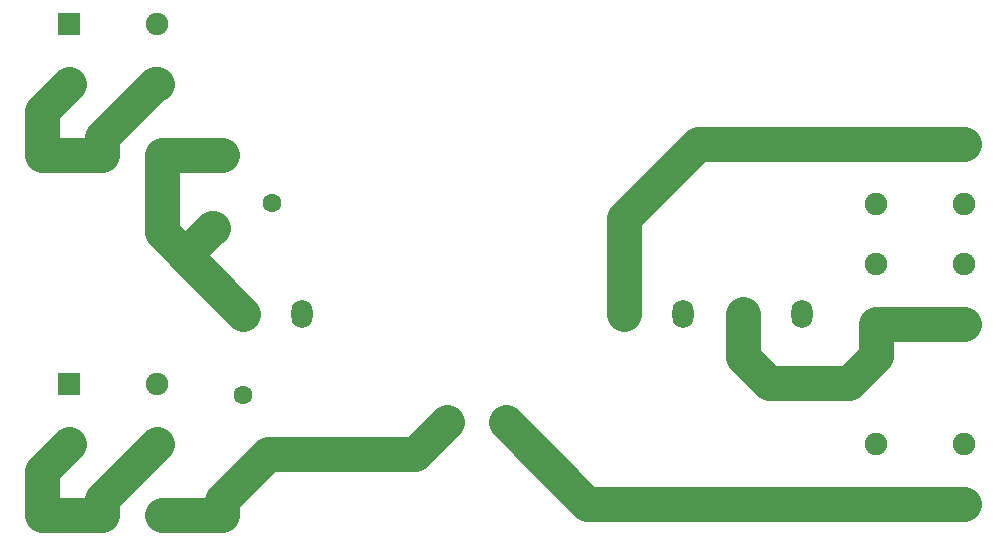
<source format=gbr>
%TF.GenerationSoftware,KiCad,Pcbnew,(5.1.10)-1*%
%TF.CreationDate,2022-01-18T17:34:44+07:00*%
%TF.ProjectId,Mother_module_v3,4d6f7468-6572-45f6-9d6f-64756c655f76,rev?*%
%TF.SameCoordinates,Original*%
%TF.FileFunction,Copper,L2,Bot*%
%TF.FilePolarity,Positive*%
%FSLAX46Y46*%
G04 Gerber Fmt 4.6, Leading zero omitted, Abs format (unit mm)*
G04 Created by KiCad (PCBNEW (5.1.10)-1) date 2022-01-18 17:34:44*
%MOMM*%
%LPD*%
G01*
G04 APERTURE LIST*
%TA.AperFunction,ComponentPad*%
%ADD10R,1.700000X1.700000*%
%TD*%
%TA.AperFunction,ComponentPad*%
%ADD11C,1.600000*%
%TD*%
%TA.AperFunction,ComponentPad*%
%ADD12O,1.800000X2.400000*%
%TD*%
%TA.AperFunction,ComponentPad*%
%ADD13R,1.800000X2.400000*%
%TD*%
%TA.AperFunction,ComponentPad*%
%ADD14C,1.900000*%
%TD*%
%TA.AperFunction,ComponentPad*%
%ADD15R,1.900000X1.900000*%
%TD*%
%TA.AperFunction,Conductor*%
%ADD16C,3.000000*%
%TD*%
G04 APERTURE END LIST*
D10*
%TO.P,U3,1*%
%TO.N,Net-(U3-Pad1)*%
X98650000Y-112827000D03*
D11*
%TO.P,U3,2*%
%TO.N,Net-(F2-Pad1)*%
X93650000Y-112827000D03*
%TD*%
D12*
%TO.P,U2,5*%
%TO.N,Net-(U2-Pad5)*%
X118699500Y-103620000D03*
%TO.P,U2,4*%
%TO.N,Net-(U2-Pad4)*%
X113699500Y-103620000D03*
%TO.P,U2,3*%
%TO.N,Net-(U2-Pad3)*%
X108699500Y-103620000D03*
%TO.P,U2,2*%
%TO.N,Net-(RV1-Pad2)*%
X81441500Y-103620000D03*
D13*
%TO.P,U2,1*%
%TO.N,Net-(F1-Pad1)*%
X76441500Y-103620000D03*
D12*
%TO.P,U2,6*%
%TO.N,Net-(U2-Pad6)*%
X123699500Y-103620000D03*
%TD*%
D14*
%TO.P,XP4,2*%
%TO.N,Net-(RV2-Pad2)*%
X137492000Y-114640000D03*
X129972000Y-114640000D03*
D15*
%TO.P,XP4,1*%
%TO.N,Net-(U3-Pad1)*%
X137492000Y-119720000D03*
D14*
X129972000Y-119720000D03*
%TD*%
%TO.P,XP2,2*%
%TO.N,Net-(F2-Pad2)*%
X61646000Y-114640000D03*
X69166000Y-114640000D03*
D15*
%TO.P,XP2,1*%
%TO.N,Net-(RV2-Pad2)*%
X61646000Y-109560000D03*
D14*
X69166000Y-109560000D03*
%TD*%
D11*
%TO.P,RV2,2*%
%TO.N,Net-(RV2-Pad2)*%
X76437000Y-110494000D03*
%TO.P,RV2,1*%
%TO.N,Net-(F2-Pad1)*%
X78537000Y-115494000D03*
%TD*%
%TO.P,F2,1*%
%TO.N,Net-(F2-Pad1)*%
X69520000Y-120701000D03*
%TO.P,F2,2*%
%TO.N,Net-(F2-Pad2)*%
X59360000Y-120701000D03*
%TO.P,F2,1*%
%TO.N,Net-(F2-Pad1)*%
X74600000Y-120701000D03*
%TO.P,F2,2*%
%TO.N,Net-(F2-Pad2)*%
X64440000Y-120701000D03*
%TD*%
D14*
%TO.P,XP3,4*%
%TO.N,Net-(U2-Pad3)*%
X137492000Y-89240000D03*
X129972000Y-89240000D03*
%TO.P,XP3,3*%
%TO.N,Net-(U2-Pad4)*%
X137492000Y-94320000D03*
X129972000Y-94320000D03*
%TO.P,XP3,2*%
%TO.N,Net-(U2-Pad6)*%
X137492000Y-99400000D03*
X129972000Y-99400000D03*
D15*
%TO.P,XP3,1*%
%TO.N,Net-(U2-Pad5)*%
X137492000Y-104480000D03*
D14*
X129972000Y-104480000D03*
%TD*%
%TO.P,XP1,2*%
%TO.N,Net-(F1-Pad2)*%
X61646000Y-84160000D03*
X69166000Y-84160000D03*
D15*
%TO.P,XP1,1*%
%TO.N,Net-(RV1-Pad2)*%
X61646000Y-79080000D03*
D14*
X69166000Y-79080000D03*
%TD*%
D11*
%TO.P,RV1,2*%
%TO.N,Net-(RV1-Pad2)*%
X78838000Y-94285000D03*
%TO.P,RV1,1*%
%TO.N,Net-(F1-Pad1)*%
X73838000Y-96385000D03*
%TD*%
%TO.P,F1,1*%
%TO.N,Net-(F1-Pad1)*%
X69520000Y-90221000D03*
%TO.P,F1,2*%
%TO.N,Net-(F1-Pad2)*%
X59360000Y-90221000D03*
%TO.P,F1,1*%
%TO.N,Net-(F1-Pad1)*%
X74600000Y-90221000D03*
%TO.P,F1,2*%
%TO.N,Net-(F1-Pad2)*%
X64440000Y-90221000D03*
%TD*%
D16*
%TO.N,Net-(F1-Pad1)*%
X71552000Y-90221000D02*
X74600000Y-90221000D01*
X69520000Y-90221000D02*
X71552000Y-90221000D01*
X73770000Y-96385000D02*
X71552000Y-98603000D01*
X73838000Y-96385000D02*
X73770000Y-96385000D01*
X69520000Y-96698500D02*
X69520000Y-90221000D01*
X76441500Y-103620000D02*
X69520000Y-96698500D01*
%TO.N,Net-(F1-Pad2)*%
X59360000Y-86446000D02*
X59360000Y-90221000D01*
X61646000Y-84160000D02*
X59360000Y-86446000D01*
X68977000Y-84160000D02*
X69166000Y-84160000D01*
X64440000Y-88697000D02*
X68977000Y-84160000D01*
X64440000Y-90221000D02*
X64440000Y-88697000D01*
X61646000Y-90221000D02*
X64440000Y-90221000D01*
X59360000Y-90221000D02*
X61646000Y-90221000D01*
%TO.N,Net-(U2-Pad3)*%
X114951000Y-89240000D02*
X129972000Y-89240000D01*
X108699500Y-95491500D02*
X114951000Y-89240000D01*
X108699500Y-103620000D02*
X108699500Y-95491500D01*
X129972000Y-89240000D02*
X137492000Y-89240000D01*
%TO.N,Net-(U2-Pad5)*%
X129972000Y-104480000D02*
X137492000Y-104480000D01*
X129972000Y-107239000D02*
X129972000Y-104480000D01*
X127686000Y-109525000D02*
X129972000Y-107239000D01*
X120955000Y-109525000D02*
X127686000Y-109525000D01*
X118699500Y-107269500D02*
X120955000Y-109525000D01*
X118699500Y-103620000D02*
X118699500Y-107269500D01*
%TO.N,Net-(F2-Pad1)*%
X69520000Y-120701000D02*
X74600000Y-120701000D01*
X74600000Y-119431000D02*
X78537000Y-115494000D01*
X74600000Y-120701000D02*
X74600000Y-119431000D01*
X90983000Y-115494000D02*
X93650000Y-112827000D01*
X78537000Y-115494000D02*
X90983000Y-115494000D01*
%TO.N,Net-(F2-Pad2)*%
X59360000Y-120701000D02*
X64440000Y-120701000D01*
X59360000Y-116926000D02*
X61646000Y-114640000D01*
X59360000Y-120701000D02*
X59360000Y-116926000D01*
X64440000Y-119366000D02*
X69166000Y-114640000D01*
X64440000Y-120701000D02*
X64440000Y-119366000D01*
%TO.N,Net-(U3-Pad1)*%
X137492000Y-119720000D02*
X130064000Y-119720000D01*
X105543000Y-119720000D02*
X98650000Y-112827000D01*
X129972000Y-119720000D02*
X105543000Y-119720000D01*
%TD*%
M02*

</source>
